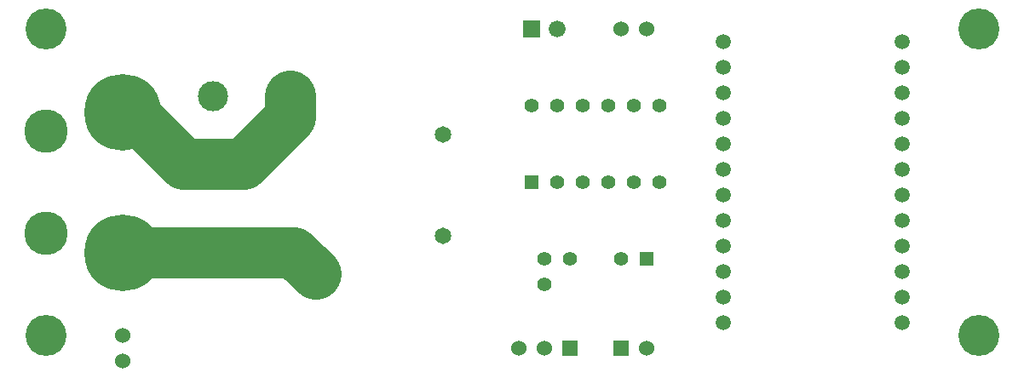
<source format=gbs>
G04 (created by PCBNEW (2013-07-07 BZR 4022)-stable) date Thu 15 Aug 2013 04:15:35 CST*
%MOIN*%
G04 Gerber Fmt 3.4, Leading zero omitted, Abs format*
%FSLAX34Y34*%
G01*
G70*
G90*
G04 APERTURE LIST*
%ADD10C,0.00590551*%
%ADD11C,0.2*%
%ADD12C,0.0649*%
%ADD13C,0.121*%
%ADD14C,0.1181*%
%ADD15C,0.16*%
%ADD16R,0.06X0.06*%
%ADD17C,0.06*%
%ADD18R,0.055X0.055*%
%ADD19C,0.055*%
%ADD20R,0.066X0.066*%
%ADD21C,0.066*%
%ADD22C,0.17*%
%ADD23C,0.3*%
%ADD24C,0.0590551*%
G04 APERTURE END LIST*
G54D10*
G54D11*
X40490Y-33500D02*
X40380Y-33500D01*
X42780Y-35790D02*
X40490Y-33500D01*
X45120Y-35790D02*
X42780Y-35790D01*
X46950Y-33960D02*
X45120Y-35790D01*
X46950Y-33110D02*
X46950Y-33960D01*
X47110Y-39260D02*
X46840Y-39260D01*
X47950Y-40100D02*
X47110Y-39260D01*
X40400Y-39250D02*
X46900Y-39250D01*
G54D12*
X52943Y-38602D03*
X52943Y-34603D03*
G54D13*
X47944Y-40098D03*
G54D14*
X43940Y-33107D03*
X46944Y-33107D03*
G54D15*
X37400Y-42500D03*
X37400Y-30500D03*
X73900Y-42500D03*
X73900Y-30500D03*
G54D16*
X57900Y-43000D03*
G54D17*
X56900Y-43000D03*
X55900Y-43000D03*
G54D18*
X60900Y-39500D03*
G54D19*
X59900Y-39500D03*
G54D17*
X59900Y-30500D03*
X60900Y-30500D03*
G54D18*
X56400Y-36500D03*
G54D19*
X56400Y-33500D03*
X57900Y-39500D03*
X56900Y-39500D03*
X56900Y-40500D03*
G54D20*
X56400Y-30500D03*
G54D21*
X57400Y-30500D03*
G54D17*
X40400Y-43500D03*
X40400Y-42500D03*
G54D22*
X37400Y-38500D03*
X37400Y-34500D03*
G54D23*
X40400Y-39250D03*
X40400Y-33750D03*
G54D16*
X59900Y-43000D03*
G54D17*
X60900Y-43000D03*
G54D24*
X70900Y-42000D03*
X70900Y-41000D03*
X70900Y-40000D03*
X70900Y-39000D03*
X70900Y-38000D03*
X70900Y-37000D03*
X70900Y-36000D03*
X70900Y-35000D03*
X70900Y-34000D03*
X70900Y-33000D03*
X70900Y-32000D03*
X70900Y-31000D03*
X63900Y-31000D03*
X63900Y-32000D03*
X63900Y-33000D03*
X63900Y-34000D03*
X63900Y-35000D03*
X63900Y-36000D03*
X63900Y-37000D03*
X63900Y-38000D03*
X63900Y-39000D03*
X63900Y-40000D03*
X63900Y-41000D03*
X63900Y-42000D03*
G54D19*
X60400Y-33500D03*
X60400Y-36500D03*
X61400Y-33500D03*
X61400Y-36500D03*
X59400Y-33500D03*
X59400Y-36500D03*
X58400Y-33500D03*
X58400Y-36500D03*
X57400Y-33500D03*
X57400Y-36500D03*
M02*

</source>
